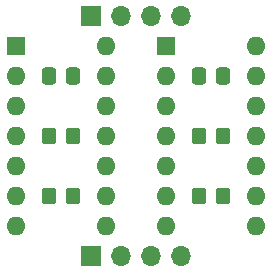
<source format=gbr>
%TF.GenerationSoftware,KiCad,Pcbnew,7.0.8-7.0.8~ubuntu23.04.1*%
%TF.CreationDate,2023-10-19T21:44:50+04:00*%
%TF.ProjectId,async_counter,6173796e-635f-4636-9f75-6e7465722e6b,rev?*%
%TF.SameCoordinates,Original*%
%TF.FileFunction,Soldermask,Bot*%
%TF.FilePolarity,Negative*%
%FSLAX46Y46*%
G04 Gerber Fmt 4.6, Leading zero omitted, Abs format (unit mm)*
G04 Created by KiCad (PCBNEW 7.0.8-7.0.8~ubuntu23.04.1) date 2023-10-19 21:44:50*
%MOMM*%
%LPD*%
G01*
G04 APERTURE LIST*
G04 Aperture macros list*
%AMRoundRect*
0 Rectangle with rounded corners*
0 $1 Rounding radius*
0 $2 $3 $4 $5 $6 $7 $8 $9 X,Y pos of 4 corners*
0 Add a 4 corners polygon primitive as box body*
4,1,4,$2,$3,$4,$5,$6,$7,$8,$9,$2,$3,0*
0 Add four circle primitives for the rounded corners*
1,1,$1+$1,$2,$3*
1,1,$1+$1,$4,$5*
1,1,$1+$1,$6,$7*
1,1,$1+$1,$8,$9*
0 Add four rect primitives between the rounded corners*
20,1,$1+$1,$2,$3,$4,$5,0*
20,1,$1+$1,$4,$5,$6,$7,0*
20,1,$1+$1,$6,$7,$8,$9,0*
20,1,$1+$1,$8,$9,$2,$3,0*%
G04 Aperture macros list end*
%ADD10R,1.600000X1.600000*%
%ADD11O,1.600000X1.600000*%
%ADD12R,1.700000X1.700000*%
%ADD13O,1.700000X1.700000*%
%ADD14RoundRect,0.250000X0.350000X0.450000X-0.350000X0.450000X-0.350000X-0.450000X0.350000X-0.450000X0*%
%ADD15RoundRect,0.250000X0.337500X0.475000X-0.337500X0.475000X-0.337500X-0.475000X0.337500X-0.475000X0*%
G04 APERTURE END LIST*
D10*
%TO.C,U1*%
X175260000Y-83820000D03*
D11*
X175260000Y-86360000D03*
X175260000Y-88900000D03*
X175260000Y-91440000D03*
X175260000Y-93980000D03*
X175260000Y-96520000D03*
X175260000Y-99060000D03*
X182880000Y-99060000D03*
X182880000Y-96520000D03*
X182880000Y-93980000D03*
X182880000Y-91440000D03*
X182880000Y-88900000D03*
X182880000Y-86360000D03*
X182880000Y-83820000D03*
%TD*%
D10*
%TO.C,U2*%
X187960000Y-83820000D03*
D11*
X187960000Y-86360000D03*
X187960000Y-88900000D03*
X187960000Y-91440000D03*
X187960000Y-93980000D03*
X187960000Y-96520000D03*
X187960000Y-99060000D03*
X195580000Y-99060000D03*
X195580000Y-96520000D03*
X195580000Y-93980000D03*
X195580000Y-91440000D03*
X195580000Y-88900000D03*
X195580000Y-86360000D03*
X195580000Y-83820000D03*
%TD*%
D12*
%TO.C,J2*%
X181610000Y-101600000D03*
D13*
X184150000Y-101600000D03*
X186690000Y-101600000D03*
X189230000Y-101600000D03*
%TD*%
D14*
%TO.C,R4*%
X192760000Y-91440000D03*
X190760000Y-91440000D03*
%TD*%
D15*
%TO.C,C2*%
X192797500Y-86360000D03*
X190722500Y-86360000D03*
%TD*%
D14*
%TO.C,R3*%
X192760000Y-96520000D03*
X190760000Y-96520000D03*
%TD*%
%TO.C,R1*%
X180060000Y-96520000D03*
X178060000Y-96520000D03*
%TD*%
%TO.C,R2*%
X180060000Y-91440000D03*
X178060000Y-91440000D03*
%TD*%
D12*
%TO.C,J1*%
X181610000Y-81280000D03*
D13*
X184150000Y-81280000D03*
X186690000Y-81280000D03*
X189230000Y-81280000D03*
%TD*%
D15*
%TO.C,C1*%
X180097500Y-86360000D03*
X178022500Y-86360000D03*
%TD*%
M02*

</source>
